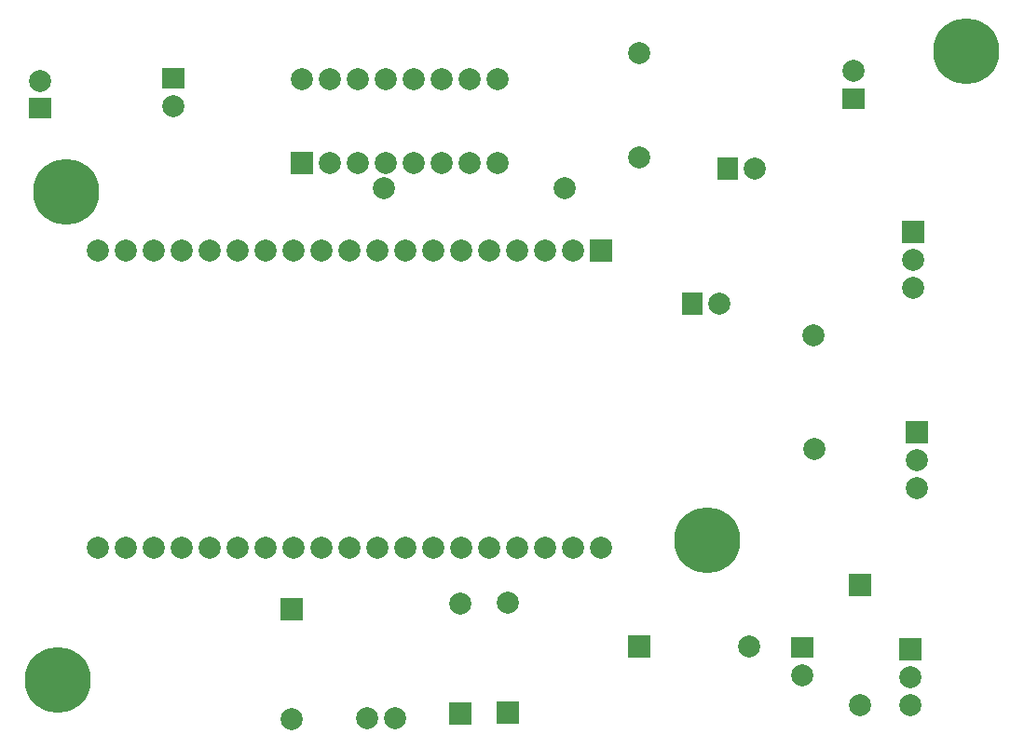
<source format=gtl>
%FSDAX23Y23*%
%MOMM*%
%SFA1B1*%

%IPPOS*%
%ADD10C,1.269997*%
%ADD11C,1.999996*%
%ADD12R,1.999996X1.999996*%
%ADD13R,1.999996X1.999996*%
%ADD14C,5.999988*%
%ADD15R,1.899996X1.999996*%
%ADD16R,1.999996X1.899996*%
%LNpcb1-1*%
%LPD*%
G54D10*
X75999Y39449D02*
X76037Y39412D01*
Y29162D02*
X76074Y29124D01*
X60149Y55624D02*
X60174Y55649D01*
Y65124D02*
X60199Y65149D01*
G54D11*
X47314Y62709D03*
X44774D03*
X42234D03*
X39694D03*
X37154D03*
X34614D03*
X32074D03*
X29534D03*
X47314Y55089D03*
X44774D03*
X42234D03*
X39694D03*
X37154D03*
X34614D03*
X32074D03*
X53399Y52799D03*
X37024D03*
X10994Y47149D03*
X54174D03*
X51634D03*
X49094D03*
X46554D03*
X44014D03*
X41474D03*
X38934D03*
X36394D03*
X33854D03*
X31314D03*
X28774D03*
X26234D03*
X23694D03*
X21154D03*
X18614D03*
X16074D03*
X13534D03*
X10994Y20149D03*
X13534D03*
X16074D03*
X18614D03*
X21154D03*
X23694D03*
X26234D03*
X28774D03*
X31314D03*
X33854D03*
X36394D03*
X38934D03*
X41474D03*
X44014D03*
X46554D03*
X49094D03*
X51634D03*
X54174D03*
X56714D03*
X84799Y08384D03*
Y05844D03*
X76074Y29124D03*
X75999Y39449D03*
X60199Y65149D03*
X60149Y55624D03*
X35499Y04649D03*
X38039D03*
X67474Y42349D03*
X17874Y60325D03*
X85424Y25569D03*
Y28109D03*
X43974Y15099D03*
X85074Y43774D03*
Y46314D03*
X28649Y04574D03*
X70724Y54599D03*
X79699Y63474D03*
X05749Y62599D03*
X48249Y15149D03*
X70149Y11199D03*
X75024Y08599D03*
X80224Y05886D03*
G54D12*
X29534Y55089D03*
X85424Y30649D03*
X43974Y05099D03*
X85074Y48854D03*
X28649Y14574D03*
X48249Y05149D03*
X80224Y16762D03*
G54D13*
X56714Y47149D03*
X84799Y10924D03*
X60149Y11199D03*
G54D14*
X08124Y52474D03*
X89924Y65299D03*
X66399Y20849D03*
X07324Y08174D03*
G54D15*
X64974Y42349D03*
X68224Y54599D03*
G54D16*
X17874Y62824D03*
X79699Y60974D03*
X05749Y60099D03*
X75024Y11099D03*
M02*
</source>
